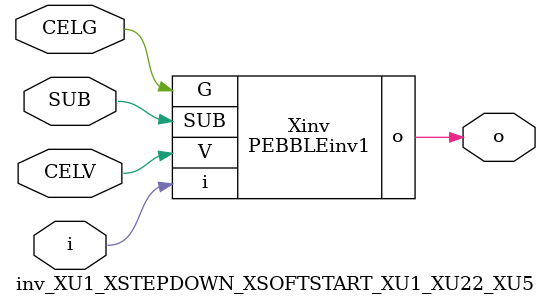
<source format=v>



module PEBBLEinv1 ( o, G, SUB, V, i );

  input V;
  input i;
  input G;
  output o;
  input SUB;
endmodule

//Celera Confidential Do Not Copy inv_XU1_XSTEPDOWN_XSOFTSTART_XU1_XU22_XU5
//Celera Confidential Symbol Generator
//5V Inverter
module inv_XU1_XSTEPDOWN_XSOFTSTART_XU1_XU22_XU5 (CELV,CELG,i,o,SUB);
input CELV;
input CELG;
input i;
input SUB;
output o;

//Celera Confidential Do Not Copy inv
PEBBLEinv1 Xinv(
.V (CELV),
.i (i),
.o (o),
.SUB (SUB),
.G (CELG)
);
//,diesize,PEBBLEinv1

//Celera Confidential Do Not Copy Module End
//Celera Schematic Generator
endmodule

</source>
